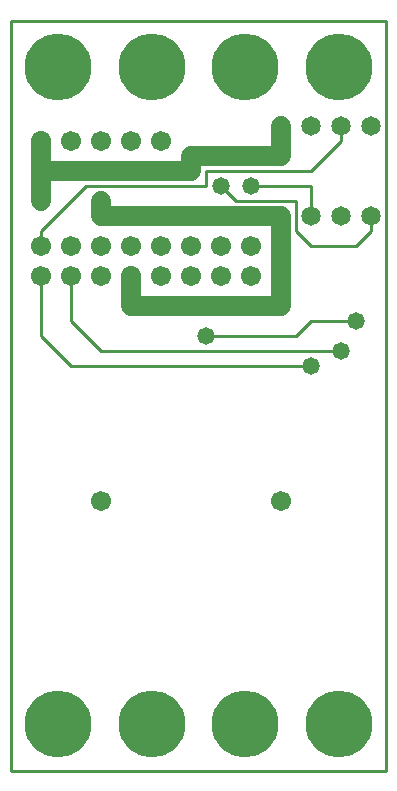
<source format=gbl>
%MOIN*%
%FSLAX25Y25*%
G04 D10 used for Character Trace; *
G04     Circle (OD=.01000) (No hole)*
G04 D11 used for Power Trace; *
G04     Circle (OD=.06700) (No hole)*
G04 D12 used for Signal Trace; *
G04     Circle (OD=.01100) (No hole)*
G04 D13 used for Via; *
G04     Circle (OD=.05800) (Round. Hole ID=.02800)*
G04 D14 used for Component hole; *
G04     Circle (OD=.06500) (Round. Hole ID=.03500)*
G04 D15 used for Component hole; *
G04     Circle (OD=.06700) (Round. Hole ID=.04300)*
G04 D16 used for Component hole; *
G04     Circle (OD=.08100) (Round. Hole ID=.05100)*
G04 D17 used for Component hole; *
G04     Circle (OD=.08900) (Round. Hole ID=.05900)*
G04 D18 used for Component hole; *
G04     Circle (OD=.11300) (Round. Hole ID=.08300)*
G04 D19 used for Component hole; *
G04     Circle (OD=.16000) (Round. Hole ID=.13000)*
G04 D20 used for Component hole; *
G04     Circle (OD=.18300) (Round. Hole ID=.15300)*
G04 D21 used for Component hole; *
G04     Circle (OD=.22291) (Round. Hole ID=.19291)*
%ADD10C,.01000*%
%ADD11C,.06700*%
%ADD12C,.01100*%
%ADD13C,.05800*%
%ADD14C,.06500*%
%ADD15C,.06700*%
%ADD16C,.08100*%
%ADD17C,.08900*%
%ADD18C,.11300*%
%ADD19C,.16000*%
%ADD20C,.18300*%
%ADD21C,.22291*%
%IPPOS*%
%LPD*%
G90*X0Y0D02*D21*X15625Y15625D03*X46875D03*        
X78125D03*D15*X90000Y90000D03*X30000D03*D21*      
X109375Y15625D03*D12*X0Y0D02*X125000D01*X0D02*    
Y250000D01*X125000D01*Y0D01*D13*X100000Y135000D03*
D12*X20000D01*X10000Y145000D01*Y165000D01*D15*D03*
X20000Y175000D03*Y165000D03*D12*Y150000D01*       
X30000Y140000D01*X110000D01*D13*D03*D12*          
X95000Y145000D02*X100000Y150000D01*               
X65000Y145000D02*X95000D01*D13*X65000D03*D15*     
X80000Y165000D03*X70000D03*X60000D03*X50000D03*   
X40000D03*D11*Y155000D01*X90000D01*Y185000D01*D14*
D03*D11*X30000D01*Y190000D01*D14*D03*D12*         
X10000Y180000D02*X25000Y195000D01*                
X10000Y175000D02*Y180000D01*D15*Y175000D03*D14*   
Y190000D03*D11*Y200000D01*X40000D01*D13*D03*D11*  
X60000D01*Y205000D01*X90000D01*Y215000D01*D14*D03*
X100000D03*D12*X65000Y200000D02*X100000D01*       
X65000Y195000D02*Y200000D01*X25000Y195000D02*     
X65000D01*D15*X40000Y210000D03*X10000D03*D11*     
Y200000D01*D15*X20000Y210000D03*X30000D03*        
Y175000D03*X40000D03*D21*X46875Y234375D03*        
X15625D03*D15*X30000Y165000D03*X50000Y175000D03*  
Y210000D03*X60000Y175000D03*X70000D03*D13*        
Y195000D03*D12*X75000Y190000D01*X95000D01*        
Y180000D01*X100000Y175000D01*X115000D01*          
X120000Y180000D01*Y185000D01*D14*D03*X110000D03*  
D12*X100000Y200000D02*X110000Y210000D01*          
Y215000D01*D14*D03*X120000D03*D12*                
X100000Y185000D02*Y195000D01*D14*Y185000D03*D12*  
X80000Y195000D02*X100000D01*D13*X80000D03*D15*    
Y175000D03*D21*X109375Y234375D03*X78125D03*D12*   
X100000Y150000D02*X115000D01*D13*D03*M02*         

</source>
